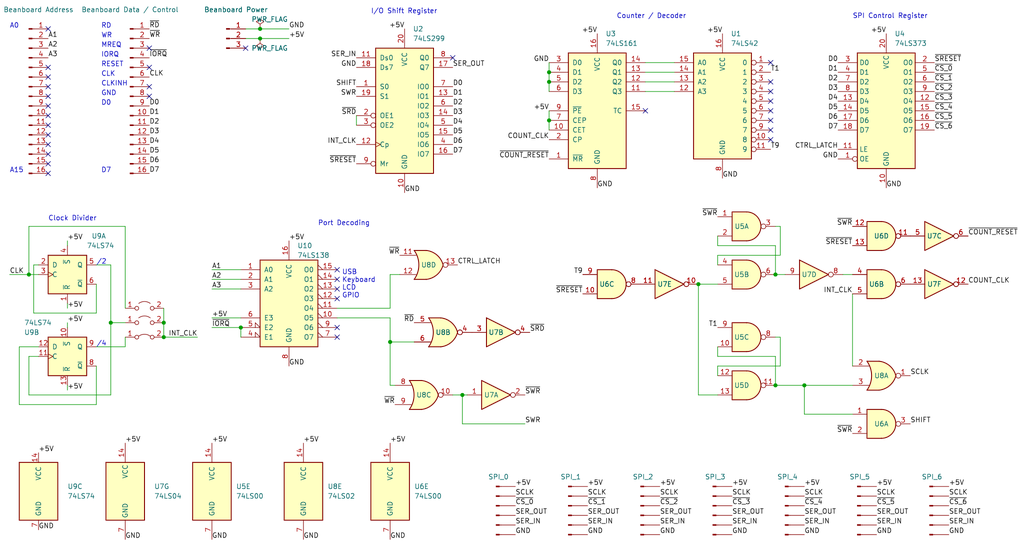
<source format=kicad_sch>
(kicad_sch (version 20230121) (generator eeschema)
  (paper "User" 270.002 145.009)
  (title_block (title "SPI transmit"))
  (lib_symbols
    (symbol "74xx:74LS00" (pin_names (offset 1.016))
      (property "Reference" "U" (at 0 1.27 0))
      (property "Value" "74LS00" (at 0 -1.27 0))
      (symbol "74LS00_1_1"
        (pin input line (at -7.62 2.54 0) (length 3.81) (name "~") (number "1"))
        (pin input line (at -7.62 -2.54 0) (length 3.81) (name "~") (number "2"))
        (pin output inverted (at 7.62 0 180) (length 3.81) (name "~") (number "3"))
      )
      (symbol "74LS00_1_2"
        (pin input inverted (at -7.62 2.54 0) (length 4.318) (name "~") (number "1"))
        (pin input inverted (at -7.62 -2.54 0) (length 4.318) (name "~") (number "2"))
        (pin output line (at 7.62 0 180) (length 3.81) (name "~") (number "3"))
      )
      (symbol "74LS00_2_1"
        (pin input line (at -7.62 2.54 0) (length 3.81) (name "~") (number "4"))
        (pin input line (at -7.62 -2.54 0) (length 3.81) (name "~") (number "5"))
        (pin output inverted (at 7.62 0 180) (length 3.81) (name "~") (number "6"))
      )
      (symbol "74LS00_2_2"
        (pin input inverted (at -7.62 2.54 0) (length 4.318) (name "~") (number "4"))
        (pin input inverted (at -7.62 -2.54 0) (length 4.318) (name "~") (number "5"))
        (pin output line (at 7.62 0 180) (length 3.81) (name "~") (number "6"))
      )
      (symbol "74LS00_3_1"
        (pin input line (at -7.62 -2.54 0) (length 3.81) (name "~") (number "10"))
        (pin output inverted (at 7.62 0 180) (length 3.81) (name "~") (number "8"))
        (pin input line (at -7.62 2.54 0) (length 3.81) (name "~") (number "9"))
      )
      (symbol "74LS00_3_2"
        (pin input inverted (at -7.62 -2.54 0) (length 4.318) (name "~") (number "10"))
        (pin output line (at 7.62 0 180) (length 3.81) (name "~") (number "8"))
        (pin input inverted (at -7.62 2.54 0) (length 4.318) (name "~") (number "9"))
      )
      (symbol "74LS00_4_1"
        (pin output inverted (at 7.62 0 180) (length 3.81) (name "~") (number "11"))
        (pin input line (at -7.62 2.54 0) (length 3.81) (name "~") (number "12"))
        (pin input line (at -7.62 -2.54 0) (length 3.81) (name "~") (number "13"))
      )
      (symbol "74LS00_4_2"
        (pin output line (at 7.62 0 180) (length 3.81) (name "~") (number "11"))
        (pin input inverted (at -7.62 2.54 0) (length 4.318) (name "~") (number "12"))
        (pin input inverted (at -7.62 -2.54 0) (length 4.318) (name "~") (number "13"))
      )
      (symbol "74LS00_5_0"
        (pin power_in line (at 0 12.7 270) (length 5.08) (name "VCC") (number "14"))
        (pin power_in line (at 0 -12.7 90) (length 5.08) (name "GND") (number "7"))
      )
    )
    (symbol "74xx:74LS02" (pin_names (offset 1.016))
      (property "Reference" "U" (at 0 1.27 0))
      (property "Value" "74LS02" (at 0 -1.27 0))
      (symbol "74LS02_1_1"
        (pin output inverted (at 7.62 0 180) (length 3.81) (name "~") (number "1"))
        (pin input line (at -7.62 2.54 0) (length 4.318) (name "~") (number "2"))
        (pin input line (at -7.62 -2.54 0) (length 4.318) (name "~") (number "3"))
      )
      (symbol "74LS02_1_2"
        (pin output line (at 7.62 0 180) (length 3.81) (name "~") (number "1"))
        (pin input inverted (at -7.62 2.54 0) (length 3.81) (name "~") (number "2"))
        (pin input inverted (at -7.62 -2.54 0) (length 3.81) (name "~") (number "3"))
      )
      (symbol "74LS02_2_1"
        (pin output inverted (at 7.62 0 180) (length 3.81) (name "~") (number "4"))
        (pin input line (at -7.62 2.54 0) (length 4.318) (name "~") (number "5"))
        (pin input line (at -7.62 -2.54 0) (length 4.318) (name "~") (number "6"))
      )
      (symbol "74LS02_2_2"
        (pin output line (at 7.62 0 180) (length 3.81) (name "~") (number "4"))
        (pin input inverted (at -7.62 2.54 0) (length 3.81) (name "~") (number "5"))
        (pin input inverted (at -7.62 -2.54 0) (length 3.81) (name "~") (number "6"))
      )
      (symbol "74LS02_3_1"
        (pin output inverted (at 7.62 0 180) (length 3.81) (name "~") (number "10"))
        (pin input line (at -7.62 2.54 0) (length 4.318) (name "~") (number "8"))
        (pin input line (at -7.62 -2.54 0) (length 4.318) (name "~") (number "9"))
      )
      (symbol "74LS02_3_2"
        (pin output line (at 7.62 0 180) (length 3.81) (name "~") (number "10"))
        (pin input inverted (at -7.62 2.54 0) (length 3.81) (name "~") (number "8"))
        (pin input inverted (at -7.62 -2.54 0) (length 3.81) (name "~") (number "9"))
      )
      (symbol "74LS02_4_1"
        (pin input line (at -7.62 2.54 0) (length 4.318) (name "~") (number "11"))
        (pin input line (at -7.62 -2.54 0) (length 4.318) (name "~") (number "12"))
        (pin output inverted (at 7.62 0 180) (length 3.81) (name "~") (number "13"))
      )
      (symbol "74LS02_4_2"
        (pin input inverted (at -7.62 2.54 0) (length 3.81) (name "~") (number "11"))
        (pin input inverted (at -7.62 -2.54 0) (length 3.81) (name "~") (number "12"))
        (pin output line (at 7.62 0 180) (length 3.81) (name "~") (number "13"))
      )
      (symbol "74LS02_5_0"
        (pin power_in line (at 0 12.7 270) (length 5.08) (name "VCC") (number "14"))
        (pin power_in line (at 0 -12.7 90) (length 5.08) (name "GND") (number "7"))
      )
    )
    (symbol "74xx:74LS04"
      (property "Reference" "U" (at 0 1.27 0))
      (property "Value" "74LS04" (at 0 -1.27 0))
      (symbol "74LS04_1_0"
        (pin input line (at -7.62 0 0) (length 3.81) (name "~") (number "1"))
        (pin output inverted (at 7.62 0 180) (length 3.81) (name "~") (number "2"))
      )
      (symbol "74LS04_2_0"
        (pin input line (at -7.62 0 0) (length 3.81) (name "~") (number "3"))
        (pin output inverted (at 7.62 0 180) (length 3.81) (name "~") (number "4"))
      )
      (symbol "74LS04_3_0"
        (pin input line (at -7.62 0 0) (length 3.81) (name "~") (number "5"))
        (pin output inverted (at 7.62 0 180) (length 3.81) (name "~") (number "6"))
      )
      (symbol "74LS04_4_0"
        (pin output inverted (at 7.62 0 180) (length 3.81) (name "~") (number "8"))
        (pin input line (at -7.62 0 0) (length 3.81) (name "~") (number "9"))
      )
      (symbol "74LS04_5_0"
        (pin output inverted (at 7.62 0 180) (length 3.81) (name "~") (number "10"))
        (pin input line (at -7.62 0 0) (length 3.81) (name "~") (number "11"))
      )
      (symbol "74LS04_6_0"
        (pin output inverted (at 7.62 0 180) (length 3.81) (name "~") (number "12"))
        (pin input line (at -7.62 0 0) (length 3.81) (name "~") (number "13"))
      )
      (symbol "74LS04_7_0"
        (pin power_in line (at 0 12.7 270) (length 5.08) (name "VCC") (number "14"))
        (pin power_in line (at 0 -12.7 90) (length 5.08) (name "GND") (number "7"))
      )
    )
    (symbol "74xx:74LS138" (pin_names (offset 1.016))
      (property "Reference" "U" (at -7.62 11.43 0))
      (property "Value" "74LS138" (at -7.62 -13.97 0))
      (symbol "74LS138_1_0"
        (pin input line (at -12.7 7.62 0) (length 5.08) (name "A0") (number "1"))
        (pin output output_low (at 12.7 -5.08 180) (length 5.08) (name "O5") (number "10"))
        (pin output output_low (at 12.7 -2.54 180) (length 5.08) (name "O4") (number "11"))
        (pin output output_low (at 12.7 0 180) (length 5.08) (name "O3") (number "12"))
        (pin output output_low (at 12.7 2.54 180) (length 5.08) (name "O2") (number "13"))
        (pin output output_low (at 12.7 5.08 180) (length 5.08) (name "O1") (number "14"))
        (pin output output_low (at 12.7 7.62 180) (length 5.08) (name "O0") (number "15"))
        (pin power_in line (at 0 15.24 270) (length 5.08) (name "VCC") (number "16"))
        (pin input line (at -12.7 5.08 0) (length 5.08) (name "A1") (number "2"))
        (pin input line (at -12.7 2.54 0) (length 5.08) (name "A2") (number "3"))
        (pin input input_low (at -12.7 -10.16 0) (length 5.08) (name "E1") (number "4"))
        (pin input input_low (at -12.7 -7.62 0) (length 5.08) (name "E2") (number "5"))
        (pin input line (at -12.7 -5.08 0) (length 5.08) (name "E3") (number "6"))
        (pin output output_low (at 12.7 -10.16 180) (length 5.08) (name "O7") (number "7"))
        (pin power_in line (at 0 -17.78 90) (length 5.08) (name "GND") (number "8"))
        (pin output output_low (at 12.7 -7.62 180) (length 5.08) (name "O6") (number "9"))
      )
    )
    (symbol "74xx:74LS161" (pin_names (offset 1.016))
      (property "Reference" "U" (at -7.62 16.51 0))
      (property "Value" "74LS161" (at -7.62 -16.51 0))
      (symbol "74LS161_1_0"
        (pin input line (at -12.7 -12.7 0) (length 5.08) (name "~{MR}") (number "1"))
        (pin input line (at -12.7 -5.08 0) (length 5.08) (name "CET") (number "10"))
        (pin output line (at 12.7 5.08 180) (length 5.08) (name "Q3") (number "11"))
        (pin output line (at 12.7 7.62 180) (length 5.08) (name "Q2") (number "12"))
        (pin output line (at 12.7 10.16 180) (length 5.08) (name "Q1") (number "13"))
        (pin output line (at 12.7 12.7 180) (length 5.08) (name "Q0") (number "14"))
        (pin output line (at 12.7 0 180) (length 5.08) (name "TC") (number "15"))
        (pin power_in line (at 0 20.32 270) (length 5.08) (name "VCC") (number "16"))
        (pin input line (at -12.7 -7.62 0) (length 5.08) (name "CP") (number "2"))
        (pin input line (at -12.7 12.7 0) (length 5.08) (name "D0") (number "3"))
        (pin input line (at -12.7 10.16 0) (length 5.08) (name "D1") (number "4"))
        (pin input line (at -12.7 7.62 0) (length 5.08) (name "D2") (number "5"))
        (pin input line (at -12.7 5.08 0) (length 5.08) (name "D3") (number "6"))
        (pin input line (at -12.7 -2.54 0) (length 5.08) (name "CEP") (number "7"))
        (pin power_in line (at 0 -20.32 90) (length 5.08) (name "GND") (number "8"))
        (pin input line (at -12.7 0 0) (length 5.08) (name "~{PE}") (number "9"))
      )
    )
    (symbol "74xx:74LS299" (pin_names (offset 1.016))
      (property "Reference" "U" (at -7.62 16.51 0))
      (property "Value" "74LS299" (at -7.62 -19.05 0))
      (symbol "74LS299_1_0"
        (pin input line (at -12.7 5.08 0) (length 5.08) (name "S0") (number "1"))
        (pin power_in line (at 0 -22.86 90) (length 5.08) (name "GND") (number "10"))
        (pin input line (at -12.7 12.7 0) (length 5.08) (name "Ds0") (number "11"))
        (pin input clock (at -12.7 -10.16 0) (length 5.08) (name "Cp") (number "12"))
        (pin tri_state line (at 12.7 2.54 180) (length 5.08) (name "IO1") (number "13"))
        (pin tri_state line (at 12.7 -2.54 180) (length 5.08) (name "IO3") (number "14"))
        (pin tri_state line (at 12.7 -7.62 180) (length 5.08) (name "IO5") (number "15"))
        (pin tri_state line (at 12.7 -12.7 180) (length 5.08) (name "IO7") (number "16"))
        (pin output line (at 12.7 10.16 180) (length 5.08) (name "Q7") (number "17"))
        (pin input line (at -12.7 10.16 0) (length 5.08) (name "Ds7") (number "18"))
        (pin input line (at -12.7 2.54 0) (length 5.08) (name "S1") (number "19"))
        (pin input inverted (at -12.7 -2.54 0) (length 5.08) (name "OE1") (number "2"))
        (pin power_in line (at 0 20.32 270) (length 5.08) (name "VCC") (number "20"))
        (pin input inverted (at -12.7 -5.08 0) (length 5.08) (name "OE2") (number "3"))
        (pin tri_state line (at 12.7 -10.16 180) (length 5.08) (name "IO6") (number "4"))
        (pin tri_state line (at 12.7 -5.08 180) (length 5.08) (name "IO4") (number "5"))
        (pin tri_state line (at 12.7 0 180) (length 5.08) (name "IO2") (number "6"))
        (pin tri_state line (at 12.7 5.08 180) (length 5.08) (name "IO0") (number "7"))
        (pin output line (at 12.7 12.7 180) (length 5.08) (name "Q0") (number "8"))
        (pin input inverted (at -12.7 -15.24 0) (length 5.08) (name "Mr") (number "9"))
      )
    )
    (symbol "74xx:74LS373"
      (property "Reference" "U" (at -7.62 16.51 0))
      (property "Value" "74LS373" (at -7.62 -16.51 0))
      (symbol "74LS373_1_0"
        (pin input inverted (at -12.7 -12.7 0) (length 5.08) (name "OE") (number "1"))
        (pin power_in line (at 0 -20.32 90) (length 5.08) (name "GND") (number "10"))
        (pin input line (at -12.7 -10.16 0) (length 5.08) (name "LE") (number "11"))
        (pin tri_state line (at 12.7 2.54 180) (length 5.08) (name "O4") (number "12"))
        (pin input line (at -12.7 2.54 0) (length 5.08) (name "D4") (number "13"))
        (pin input line (at -12.7 0 0) (length 5.08) (name "D5") (number "14"))
        (pin tri_state line (at 12.7 0 180) (length 5.08) (name "O5") (number "15"))
        (pin tri_state line (at 12.7 -2.54 180) (length 5.08) (name "O6") (number "16"))
        (pin input line (at -12.7 -2.54 0) (length 5.08) (name "D6") (number "17"))
        (pin input line (at -12.7 -5.08 0) (length 5.08) (name "D7") (number "18"))
        (pin tri_state line (at 12.7 -5.08 180) (length 5.08) (name "O7") (number "19"))
        (pin tri_state line (at 12.7 12.7 180) (length 5.08) (name "O0") (number "2"))
        (pin power_in line (at 0 20.32 270) (length 5.08) (name "VCC") (number "20"))
        (pin input line (at -12.7 12.7 0) (length 5.08) (name "D0") (number "3"))
        (pin input line (at -12.7 10.16 0) (length 5.08) (name "D1") (number "4"))
        (pin tri_state line (at 12.7 10.16 180) (length 5.08) (name "O1") (number "5"))
        (pin tri_state line (at 12.7 7.62 180) (length 5.08) (name "O2") (number "6"))
        (pin input line (at -12.7 7.62 0) (length 5.08) (name "D2") (number "7"))
        (pin input line (at -12.7 5.08 0) (length 5.08) (name "D3") (number "8"))
        (pin tri_state line (at 12.7 5.08 180) (length 5.08) (name "O3") (number "9"))
      )
    )
    (symbol "74xx:74LS42" (pin_names (offset 1.016))
      (property "Reference" "U" (at -7.62 13.97 0))
      (property "Value" "74LS42" (at -7.62 -16.51 0))
      (symbol "74LS42_1_0"
        (pin output inverted (at 12.7 10.16 180) (length 5.08) (name "0") (number "1"))
        (pin output inverted (at 12.7 -10.16 180) (length 5.08) (name "8") (number "10"))
        (pin output inverted (at 12.7 -12.7 180) (length 5.08) (name "9") (number "11"))
        (pin input line (at -12.7 2.54 0) (length 5.08) (name "A3") (number "12"))
        (pin input line (at -12.7 5.08 0) (length 5.08) (name "A2") (number "13"))
        (pin input line (at -12.7 7.62 0) (length 5.08) (name "A1") (number "14"))
        (pin input line (at -12.7 10.16 0) (length 5.08) (name "A0") (number "15"))
        (pin power_in line (at 0 17.78 270) (length 5.08) (name "VCC") (number "16"))
        (pin output inverted (at 12.7 7.62 180) (length 5.08) (name "1") (number "2"))
        (pin output inverted (at 12.7 5.08 180) (length 5.08) (name "2") (number "3"))
        (pin output inverted (at 12.7 2.54 180) (length 5.08) (name "3") (number "4"))
        (pin output inverted (at 12.7 0 180) (length 5.08) (name "4") (number "5"))
        (pin output inverted (at 12.7 -2.54 180) (length 5.08) (name "5") (number "6"))
        (pin output inverted (at 12.7 -5.08 180) (length 5.08) (name "6") (number "7"))
        (pin power_in line (at 0 -20.32 90) (length 5.08) (name "GND") (number "8"))
        (pin output inverted (at 12.7 -7.62 180) (length 5.08) (name "7") (number "9"))
      )
    )
    (symbol "74xx:74LS74" (pin_names (offset 1.016))
      (property "Reference" "U" (at -7.62 8.89 0))
      (property "Value" "74LS74" (at -7.62 -8.89 0))
      (symbol "74LS74_1_0"
        (pin input line (at 0 -7.62 90) (length 2.54) (name "~{R}") (number "1"))
        (pin input line (at -7.62 2.54 0) (length 2.54) (name "D") (number "2"))
        (pin input clock (at -7.62 0 0) (length 2.54) (name "C") (number "3"))
        (pin input line (at 0 7.62 270) (length 2.54) (name "~{S}") (number "4"))
        (pin output line (at 7.62 2.54 180) (length 2.54) (name "Q") (number "5"))
        (pin output line (at 7.62 -2.54 180) (length 2.54) (name "~{Q}") (number "6"))
      )
      (symbol "74LS74_2_0"
        (pin input line (at 0 7.62 270) (length 2.54) (name "~{S}") (number "10"))
        (pin input clock (at -7.62 0 0) (length 2.54) (name "C") (number "11"))
        (pin input line (at -7.62 2.54 0) (length 2.54) (name "D") (number "12"))
        (pin input line (at 0 -7.62 90) (length 2.54) (name "~{R}") (number "13"))
        (pin output line (at 7.62 -2.54 180) (length 2.54) (name "~{Q}") (number "8"))
        (pin output line (at 7.62 2.54 180) (length 2.54) (name "Q") (number "9"))
      )
      (symbol "74LS74_3_0"
        (pin power_in line (at 0 10.16 270) (length 2.54) (name "VCC") (number "14"))
        (pin power_in line (at 0 -10.16 90) (length 2.54) (name "GND") (number "7"))
      )
    )
    (symbol "Connector:Conn_01x03_Pin" (pin_names (offset 1.016) hide)
      (property "Reference" "J" (at 0 5.08 0))
      (property "Value" "Conn_01x03_Pin" (at 0 -5.08 0))
      (symbol "Conn_01x03_Pin_1_1"
        (pin passive line (at 5.08 2.54 180) (length 3.81) (name "Pin_1") (number "1"))
        (pin passive line (at 5.08 0 180) (length 3.81) (name "Pin_2") (number "2"))
        (pin passive line (at 5.08 -2.54 180) (length 3.81) (name "Pin_3") (number "3"))
      )
    )
    (symbol "Connector:Conn_01x06_Pin" (pin_numbers hide) (pin_names (offset 1.016) hide)
      (property "Reference" "J" (at 0 7.62 0))
      (property "Value" "Conn_01x06_Pin" (at 0 -10.16 0))
      (symbol "Conn_01x06_Pin_1_1"
        (pin passive line (at 5.08 5.08 180) (length 3.81) (name "Pin_1") (number "1"))
        (pin passive line (at 5.08 2.54 180) (length 3.81) (name "Pin_2") (number "2"))
        (pin passive line (at 5.08 0 180) (length 3.81) (name "Pin_3") (number "3"))
        (pin passive line (at 5.08 -2.54 180) (length 3.81) (name "Pin_4") (number "4"))
        (pin passive line (at 5.08 -5.08 180) (length 3.81) (name "Pin_5") (number "5"))
        (pin passive line (at 5.08 -7.62 180) (length 3.81) (name "Pin_6") (number "6"))
      )
    )
    (symbol "Connector:Conn_01x16_Pin" (pin_names (offset 1.016) hide)
      (property "Reference" "J" (at 0 20.32 0))
      (property "Value" "Conn_01x16_Pin" (at 0 -22.86 0))
      (symbol "Conn_01x16_Pin_1_1"
        (pin passive line (at 5.08 17.78 180) (length 3.81) (name "Pin_1") (number "1"))
        (pin passive line (at 5.08 -5.08 180) (length 3.81) (name "Pin_10") (number "10"))
        (pin passive line (at 5.08 -7.62 180) (length 3.81) (name "Pin_11") (number "11"))
        (pin passive line (at 5.08 -10.16 180) (length 3.81) (name "Pin_12") (number "12"))
        (pin passive line (at 5.08 -12.7 180) (length 3.81) (name "Pin_13") (number "13"))
        (pin passive line (at 5.08 -15.24 180) (length 3.81) (name "Pin_14") (number "14"))
        (pin passive line (at 5.08 -17.78 180) (length 3.81) (name "Pin_15") (number "15"))
        (pin passive line (at 5.08 -20.32 180) (length 3.81) (name "Pin_16") (number "16"))
        (pin passive line (at 5.08 15.24 180) (length 3.81) (name "Pin_2") (number "2"))
        (pin passive line (at 5.08 12.7 180) (length 3.81) (name "Pin_3") (number "3"))
        (pin passive line (at 5.08 10.16 180) (length 3.81) (name "Pin_4") (number "4"))
        (pin passive line (at 5.08 7.62 180) (length 3.81) (name "Pin_5") (number "5"))
        (pin passive line (at 5.08 5.08 180) (length 3.81) (name "Pin_6") (number "6"))
        (pin passive line (at 5.08 2.54 180) (length 3.81) (name "Pin_7") (number "7"))
        (pin passive line (at 5.08 0 180) (length 3.81) (name "Pin_8") (number "8"))
        (pin passive line (at 5.08 -2.54 180) (length 3.81) (name "Pin_9") (number "9"))
      )
    )
    (symbol "Jumper:Jumper_2_Bridged" (pin_names (offset 0) hide)
      (property "Reference" "JP" (at 0 1.905 0))
      (property "Value" "Jumper_2_Bridged" (at 0 -2.54 0))
      (symbol "Jumper_2_Bridged_1_1"
        (pin passive line (at -5.08 0 0) (length 2.54) (name "A") (number "1"))
        (pin passive line (at 5.08 0 180) (length 2.54) (name "B") (number "2"))
      )
    )
    (symbol "Jumper:Jumper_2_Open" (pin_names (offset 0) hide)
      (property "Reference" "JP" (at 0 2.794 0))
      (property "Value" "Jumper_2_Open" (at 0 -2.286 0))
      (symbol "Jumper_2_Open_1_1"
        (pin passive line (at -5.08 0 0) (length 2.54) (name "A") (number "1"))
        (pin passive line (at 5.08 0 180) (length 2.54) (name "B") (number "2"))
      )
    )
    (symbol "power:PWR_FLAG" (power) (pin_numbers hide) (pin_names (offset 0) hide)
      (property "Value" "PWR_FLAG" (at 0 3.81 0))
      (symbol "PWR_FLAG_0_0"
        (pin power_out line (at 0 0 90) (length 0) (name "pwr") (number "1"))
      )
    )
  )
  (junction (at 204.47 72.39))
  (junction (at 68.58 7.62))
  (junction (at 212.09 101.6))
  (junction (at 7.62 72.39))
  (junction (at 144.78 19.05))
  (junction (at 121.92 104.14))
  (junction (at 63.5 86.36))
  (junction (at 43.18 85.09))
  (junction (at 144.78 21.59))
  (junction (at 184.15 74.93))
  (junction (at 43.18 88.9))
  (junction (at 204.47 101.6))
  (junction (at 29.21 85.09))
  (junction (at 102.87 90.17))
  (junction (at 144.78 31.75))
  (junction (at 68.58 10.16))
  (no_connect (at 39.37 12.7))
  (no_connect (at 88.9 71.12))
  (no_connect (at 39.37 17.78))
  (no_connect (at 64.77 12.7))
  (no_connect (at 203.2 29.21))
  (no_connect (at 88.9 86.36))
  (no_connect (at 12.7 17.78))
  (no_connect (at 203.2 21.59))
  (no_connect (at 12.7 25.4))
  (no_connect (at 203.2 34.29))
  (no_connect (at 39.37 25.4))
  (no_connect (at 203.2 26.67))
  (no_connect (at 12.7 30.48))
  (no_connect (at 12.7 20.32))
  (no_connect (at 12.7 45.72))
  (no_connect (at 203.2 24.13))
  (no_connect (at 12.7 38.1))
  (no_connect (at 12.7 43.18))
  (no_connect (at 88.9 76.2))
  (no_connect (at 203.2 31.75))
  (no_connect (at 88.9 78.74))
  (no_connect (at 12.7 7.62))
  (no_connect (at 12.7 40.64))
  (no_connect (at 203.2 36.83))
  (no_connect (at 12.7 22.86))
  (no_connect (at 12.7 35.56))
  (no_connect (at 88.9 88.9))
  (no_connect (at 203.2 16.51))
  (no_connect (at 12.7 27.94))
  (no_connect (at 119.38 15.24))
  (no_connect (at 170.18 29.21))
  (no_connect (at 88.9 73.66))
  (no_connect (at 12.7 33.02))
  (no_connect (at 39.37 22.86))
  (wire (pts (xy 189.23 104.14) (xy 184.15 104.14)))
  (wire (pts (xy 25.4 74.93) (xy 25.4 82.55)))
  (wire (pts (xy 17.78 85.09) (xy 17.78 86.36)))
  (wire (pts (xy 102.87 72.39) (xy 105.41 72.39)))
  (wire (pts (xy 63.5 86.36) (xy 63.5 88.9)))
  (wire (pts (xy 189.23 67.31) (xy 189.23 69.85)))
  (wire (pts (xy 144.78 21.59) (xy 144.78 24.13)))
  (wire (pts (xy 55.88 73.66) (xy 63.5 73.66)))
  (wire (pts (xy 170.18 16.51) (xy 177.8 16.51)))
  (wire (pts (xy 76.2 10.16) (xy 68.58 10.16)))
  (wire (pts (xy 144.78 31.75) (xy 144.78 34.29)))
  (wire (pts (xy 5.08 106.68) (xy 5.08 91.44)))
  (wire (pts (xy 184.15 104.14) (xy 184.15 74.93)))
  (wire (pts (xy 68.58 7.62) (xy 64.77 7.62)))
  (wire (pts (xy 170.18 21.59) (xy 177.8 21.59)))
  (wire (pts (xy 144.78 16.51) (xy 144.78 19.05)))
  (wire (pts (xy 189.23 93.98) (xy 204.47 93.98)))
  (wire (pts (xy 189.23 96.52) (xy 189.23 99.06)))
  (wire (pts (xy 204.47 88.9) (xy 205.74 88.9)))
  (wire (pts (xy 76.2 7.62) (xy 68.58 7.62)))
  (wire (pts (xy 189.23 64.77) (xy 204.47 64.77)))
  (wire (pts (xy 138.43 111.76) (xy 121.92 111.76)))
  (wire (pts (xy 25.4 106.68) (xy 5.08 106.68)))
  (wire (pts (xy 43.18 85.09) (xy 43.18 88.9)))
  (wire (pts (xy 17.78 81.28) (xy 17.78 80.01)))
  (wire (pts (xy 88.9 83.82) (xy 102.87 83.82)))
  (wire (pts (xy 29.21 85.09) (xy 33.02 85.09)))
  (wire (pts (xy 144.78 29.21) (xy 144.78 31.75)))
  (wire (pts (xy 170.18 19.05) (xy 177.8 19.05)))
  (wire (pts (xy 29.21 104.14) (xy 7.62 104.14)))
  (wire (pts (xy 8.89 82.55) (xy 8.89 69.85)))
  (wire (pts (xy 170.18 24.13) (xy 177.8 24.13)))
  (wire (pts (xy 121.92 111.76) (xy 121.92 104.14)))
  (wire (pts (xy 204.47 93.98) (xy 204.47 101.6)))
  (wire (pts (xy 222.25 72.39) (xy 224.79 72.39)))
  (wire (pts (xy 212.09 101.6) (xy 224.79 101.6)))
  (wire (pts (xy 8.89 69.85) (xy 10.16 69.85)))
  (wire (pts (xy 204.47 64.77) (xy 204.47 72.39)))
  (wire (pts (xy 204.47 101.6) (xy 212.09 101.6)))
  (wire (pts (xy 55.88 86.36) (xy 63.5 86.36)))
  (wire (pts (xy 93.98 30.48) (xy 93.98 33.02)))
  (wire (pts (xy 189.23 62.23) (xy 189.23 64.77)))
  (wire (pts (xy 7.62 104.14) (xy 7.62 93.98)))
  (wire (pts (xy 55.88 76.2) (xy 63.5 76.2)))
  (wire (pts (xy 189.23 91.44) (xy 189.23 93.98)))
  (wire (pts (xy 109.22 90.17) (xy 102.87 90.17)))
  (wire (pts (xy 104.14 101.6) (xy 102.87 101.6)))
  (wire (pts (xy 121.92 104.14) (xy 123.19 104.14)))
  (wire (pts (xy 205.74 88.9) (xy 205.74 96.52)))
  (wire (pts (xy 102.87 72.39) (xy 102.87 81.28)))
  (wire (pts (xy 224.79 77.47) (xy 224.79 96.52)))
  (wire (pts (xy 2.54 72.39) (xy 7.62 72.39)))
  (wire (pts (xy 7.62 72.39) (xy 10.16 72.39)))
  (wire (pts (xy 25.4 69.85) (xy 29.21 69.85)))
  (wire (pts (xy 33.02 81.28) (xy 33.02 59.69)))
  (wire (pts (xy 25.4 96.52) (xy 25.4 106.68)))
  (wire (pts (xy 205.74 96.52) (xy 189.23 96.52)))
  (wire (pts (xy 25.4 82.55) (xy 8.89 82.55)))
  (wire (pts (xy 205.74 67.31) (xy 189.23 67.31)))
  (wire (pts (xy 33.02 91.44) (xy 25.4 91.44)))
  (wire (pts (xy 29.21 69.85) (xy 29.21 85.09)))
  (wire (pts (xy 17.78 102.87) (xy 17.78 101.6)))
  (wire (pts (xy 5.08 91.44) (xy 10.16 91.44)))
  (wire (pts (xy 7.62 93.98) (xy 10.16 93.98)))
  (wire (pts (xy 55.88 71.12) (xy 63.5 71.12)))
  (wire (pts (xy 52.07 88.9) (xy 43.18 88.9)))
  (wire (pts (xy 102.87 83.82) (xy 102.87 90.17)))
  (wire (pts (xy 68.58 10.16) (xy 64.77 10.16)))
  (wire (pts (xy 102.87 101.6) (xy 102.87 90.17)))
  (wire (pts (xy 43.18 81.28) (xy 43.18 85.09)))
  (wire (pts (xy 212.09 109.22) (xy 212.09 101.6)))
  (wire (pts (xy 224.79 109.22) (xy 212.09 109.22)))
  (wire (pts (xy 204.47 72.39) (xy 207.01 72.39)))
  (wire (pts (xy 184.15 74.93) (xy 189.23 74.93)))
  (wire (pts (xy 33.02 88.9) (xy 33.02 91.44)))
  (wire (pts (xy 204.47 59.69) (xy 205.74 59.69)))
  (wire (pts (xy 88.9 81.28) (xy 102.87 81.28)))
  (wire (pts (xy 17.78 63.5) (xy 17.78 64.77)))
  (wire (pts (xy 7.62 59.69) (xy 7.62 72.39)))
  (wire (pts (xy 205.74 59.69) (xy 205.74 67.31)))
  (wire (pts (xy 119.38 104.14) (xy 121.92 104.14)))
  (wire (pts (xy 144.78 19.05) (xy 144.78 21.59)))
  (wire (pts (xy 33.02 59.69) (xy 7.62 59.69)))
  (wire (pts (xy 29.21 85.09) (xy 29.21 104.14)))
  (wire (pts (xy 55.88 83.82) (xy 63.5 83.82)))
  (text "/2" (at 25.4 69.85 0) (effects (font (size 1.27 1.27)) (justify left bottom)))
  (text "D7" (at 26.67 45.72 0) (effects (font (size 1.27 1.27)) (justify left bottom)))
  (text "A15" (at 2.54 45.72 0) (effects (font (size 1.27 1.27)) (justify left bottom)))
  (text "Port Decoding" (at 83.82 59.69 0) (effects (font (size 1.27 1.27)) (justify left bottom)))
  (text "USB\nKeyboard\nLCD\nGPIO" (at 90.17 78.74 0) (effects (font (size 1.27 1.27)) (justify left bottom)))
  (text "A0" (at 2.54 7.62 0) (effects (font (size 1.27 1.27)) (justify left bottom)))
  (text "WR" (at 26.67 10.16 0) (effects (font (size 1.27 1.27)) (justify left bottom)))
  (text "RD" (at 26.67 7.62 0) (effects (font (size 1.27 1.27)) (justify left bottom)))
  (text "SPI Control Register" (at 224.79 5.08 0) (effects (font (size 1.27 1.27)) (justify left bottom)))
  (text "/4" (at 25.4 91.44 0) (effects (font (size 1.27 1.27)) (justify left bottom)))
  (text "I/O Shift Register" (at 97.79 3.81 0) (effects (font (size 1.27 1.27)) (justify left bottom)))
  (text "RESET" (at 26.67 17.78 0) (effects (font (size 1.27 1.27)) (justify left bottom)))
  (text "Counter / Decoder" (at 162.56 5.08 0) (effects (font (size 1.27 1.27)) (justify left bottom)))
  (text "MREQ" (at 26.67 12.7 0) (effects (font (size 1.27 1.27)) (justify left bottom)))
  (text "Clock Divider" (at 12.7 58.42 0) (effects (font (size 1.27 1.27)) (justify left bottom)))
  (text "IORQ" (at 26.67 15.24 0) (effects (font (size 1.27 1.27)) (justify left bottom)))
  (text "D0" (at 26.67 27.94 0) (effects (font (size 1.27 1.27)) (justify left bottom)))
  (text "CLKINH" (at 26.67 22.86 0) (effects (font (size 1.27 1.27)) (justify left bottom)))
  (text "CLK" (at 26.67 20.32 0) (effects (font (size 1.27 1.27)) (justify left bottom)))
  (text "GND" (at 26.67 25.4 0) (effects (font (size 1.27 1.27)) (justify left bottom)))
  (label "D6" (at 119.38 38.1 0))
  (label "INT_CLK" (at 224.79 77.47 180))
  (label "~{IORQ}" (at 55.88 86.36 0))
  (label "T9" (at 153.67 72.39 180))
  (label "D2" (at 39.37 33.02 0))
  (label "GND" (at 220.98 41.91 180))
  (label "+5V" (at 33.02 116.84 0))
  (label "INT_CLK" (at 52.07 88.9 180))
  (label "~{CS_2}" (at 173.99 133.35 0))
  (label "~{SRD}" (at 93.98 30.48 180))
  (label "~{SWR}" (at 138.43 104.14 0))
  (label "+5V" (at 144.78 29.21 180))
  (label "+5V" (at 76.2 63.5 0))
  (label "GND" (at 93.98 17.78 180))
  (label "SER_OUT" (at 154.94 135.89 0))
  (label "~{CS_5}" (at 246.38 31.75 0))
  (label "SCLK" (at 212.09 130.81 0))
  (label "+5V" (at 55.88 116.84 0))
  (label "CTRL_LATCH" (at 220.98 39.37 180))
  (label "CLK" (at 39.37 20.32 0))
  (label "~{SRESET}" (at 246.38 16.51 0))
  (label "SHIFT" (at 240.03 111.76 0))
  (label "D6" (at 220.98 31.75 180))
  (label "~{CS_1}" (at 246.38 21.59 0))
  (label "+5V" (at 190.5 8.89 180))
  (label "+5V" (at 173.99 128.27 0))
  (label "~{SRESET}" (at 153.67 77.47 180))
  (label "SER_OUT" (at 193.04 135.89 0))
  (label "~{SRESET}" (at 93.98 43.18 180))
  (label "A3" (at 12.7 15.24 0))
  (label "SCLK" (at 231.14 130.81 0))
  (label "+5V" (at 250.19 128.27 0))
  (label "~{CS_2}" (at 246.38 24.13 0))
  (label "+5V" (at 154.94 128.27 0))
  (label "SER_OUT" (at 212.09 135.89 0))
  (label "+5V" (at 17.78 63.5 0))
  (label "INT_CLK" (at 93.98 38.1 180))
  (label "D0" (at 39.37 27.94 0))
  (label "D3" (at 220.98 24.13 180))
  (label "D2" (at 220.98 21.59 180))
  (label "COUNT_CLK" (at 144.78 36.83 180))
  (label "D1" (at 220.98 19.05 180))
  (label "SER_OUT" (at 173.99 135.89 0))
  (label "GND" (at 157.48 49.53 0))
  (label "CTRL_LATCH" (at 120.65 69.85 0))
  (label "GND" (at 154.94 140.97 0))
  (label "D6" (at 39.37 43.18 0))
  (label "SER_IN" (at 154.94 138.43 0))
  (label "+5V" (at 102.87 116.84 0))
  (label "+5V" (at 17.78 85.09 0))
  (label "SER_IN" (at 173.99 138.43 0))
  (label "~{CS_1}" (at 154.94 133.35 0))
  (label "GND" (at 233.68 49.53 0))
  (label "D7" (at 39.37 45.72 0))
  (label "T9" (at 203.2 39.37 0))
  (label "~{SWR}" (at 224.79 114.3 180))
  (label "D5" (at 220.98 29.21 180))
  (label "D3" (at 39.37 35.56 0))
  (label "+5V" (at 80.01 116.84 0))
  (label "SER_IN" (at 212.09 138.43 0))
  (label "SER_IN" (at 250.19 138.43 0))
  (label "+5V" (at 157.48 8.89 180))
  (label "~{SWR}" (at 189.23 57.15 180))
  (label "+5V" (at 106.68 7.62 180))
  (label "D5" (at 119.38 35.56 0))
  (label "~{COUNT_RESET}" (at 255.27 62.23 0))
  (label "~{CS_4}" (at 212.09 133.35 0))
  (label "SER_OUT" (at 250.19 135.89 0))
  (label "D1" (at 39.37 30.48 0))
  (label "GND" (at 102.87 142.24 0))
  (label "COUNT_CLK" (at 255.27 74.93 0))
  (label "D0" (at 220.98 16.51 180))
  (label "~{RD}" (at 109.22 85.09 180))
  (label "~{COUNT_RESET}" (at 144.78 41.91 180))
  (label "~{SRESET}" (at 224.79 64.77 180))
  (label "GND" (at 80.01 142.24 0))
  (label "+5V" (at 10.16 119.38 0))
  (label "SCLK" (at 240.03 99.06 0))
  (label "D7" (at 119.38 40.64 0))
  (label "T1" (at 203.2 19.05 0))
  (label "SCLK" (at 154.94 130.81 0))
  (label "~{CS_4}" (at 246.38 29.21 0))
  (label "A1" (at 12.7 10.16 0))
  (label "GND" (at 106.68 50.8 0))
  (label "SCLK" (at 250.19 130.81 0))
  (label "D5" (at 39.37 40.64 0))
  (label "GND" (at 173.99 140.97 0))
  (label "GND" (at 231.14 140.97 0))
  (label "GND" (at 193.04 140.97 0))
  (label "D4" (at 220.98 26.67 180))
  (label "D1" (at 119.38 25.4 0))
  (label "CLK" (at 2.54 72.39 0))
  (label "~{WR}" (at 105.41 67.31 180))
  (label "SER_IN" (at 193.04 138.43 0))
  (label "~{RD}" (at 39.37 7.62 0))
  (label "+5V" (at 17.78 81.28 0))
  (label "SER_IN" (at 135.89 138.43 0))
  (label "+5V" (at 212.09 128.27 0))
  (label "SCLK" (at 135.89 130.81 0))
  (label "SER_OUT" (at 119.38 17.78 0))
  (label "SWR" (at 93.98 25.4 180))
  (label "GND" (at 10.16 139.7 0))
  (label "SHIFT" (at 93.98 22.86 180))
  (label "+5V" (at 233.68 8.89 180))
  (label "SER_OUT" (at 135.89 135.89 0))
  (label "~{CS_5}" (at 231.14 133.35 0))
  (label "~{CS_3}" (at 246.38 26.67 0))
  (label "~{WR}" (at 39.37 10.16 0))
  (label "GND" (at 55.88 142.24 0))
  (label "GND" (at 33.02 142.24 0))
  (label "~{WR}" (at 104.14 106.68 180))
  (label "SWR" (at 138.43 111.76 0))
  (label "SER_IN" (at 93.98 15.24 180))
  (label "GND" (at 144.78 16.51 180))
  (label "D7" (at 220.98 34.29 180))
  (label "SER_OUT" (at 231.14 135.89 0))
  (label "D3" (at 119.38 30.48 0))
  (label "~{SWR}" (at 224.79 59.69 180))
  (label "GND" (at 76.2 7.62 0))
  (label "SCLK" (at 173.99 130.81 0))
  (label "D4" (at 119.38 33.02 0))
  (label "A2" (at 55.88 73.66 0))
  (label "D4" (at 39.37 38.1 0))
  (label "+5V" (at 17.78 102.87 0))
  (label "+5V" (at 135.89 128.27 0))
  (label "~{CS_0}" (at 246.38 19.05 0))
  (label "+5V" (at 231.14 128.27 0))
  (label "~{CS_6}" (at 250.19 133.35 0))
  (label "A3" (at 55.88 76.2 0))
  (label "D0" (at 119.38 22.86 0))
  (label "SCLK" (at 193.04 130.81 0))
  (label "~{IORQ}" (at 39.37 15.24 0))
  (label "~{CS_3}" (at 193.04 133.35 0))
  (label "A2" (at 12.7 12.7 0))
  (label "+5V" (at 193.04 128.27 0))
  (label "+5V" (at 76.2 10.16 0))
  (label "GND" (at 250.19 140.97 0))
  (label "~{CS_0}" (at 135.89 133.35 0))
  (label "A1" (at 55.88 71.12 0))
  (label "GND" (at 190.5 46.99 0))
  (label "+5V" (at 55.88 83.82 0))
  (label "SER_IN" (at 231.14 138.43 0))
  (label "GND" (at 212.09 140.97 0))
  (label "GND" (at 135.89 140.97 0))
  (label "D2" (at 119.38 27.94 0))
  (label "~{SRD}" (at 139.7 87.63 0))
  (label "~{CS_6}" (at 246.38 34.29 0))
  (label "GND" (at 76.2 96.52 0))
  (label "T1" (at 189.23 86.36 180))
  (symbol (lib_id "74xx:74LS74") (at 17.78 72.39 0) (unit 1)
    (property "Reference" "U9" (at 24.13 62.23 0) (effects (justify left)))
    (property "Value" "74LS74" (at 22.86 64.77 0) (effects (justify left)))
    (property "Datasheet" "74xx/74hc_hct74.pdf" (effects hide))
  )
  (symbol (lib_id "74xx:74LS02") (at 111.76 104.14 0) (unit 3)
    (property "Reference" "U8" (at 111.76 104.14 0))
    (property "Value" "74LS02" (effects hide))
    (property "Datasheet" "http://www.ti.com/lit/gpn/sn74ls02" (effects hide))
  )
  (symbol (lib_id "Connector:Conn_01x06_Pin") (at 168.91 133.35 0) (unit 1)
    (property "Reference" "J6" (effects hide))
    (property "Value" "SPI_2" (at 169.545 125.73 0))
  )
  (symbol (lib_id "74xx:74LS02") (at 116.84 87.63 0) (unit 2)
    (property "Reference" "U8" (at 116.84 87.63 0))
    (property "Value" "74LS02" (effects hide))
    (property "Datasheet" "http://www.ti.com/lit/gpn/sn74ls02" (effects hide))
  )
  (symbol (lib_id "74xx:74LS00") (at 55.88 129.54 0) (unit 5)
    (property "Reference" "U5" (at 62.23 128.27 0) (effects (justify left)))
    (property "Value" "74LS00" (at 62.23 130.81 0) (effects (justify left)))
    (property "Datasheet" "http://www.ti.com/lit/gpn/sn74ls00" (effects hide))
  )
  (symbol (lib_id "74xx:74LS00") (at 102.87 129.54 0) (unit 5)
    (property "Reference" "U6" (at 109.22 128.27 0) (effects (justify left)))
    (property "Value" "74LS00" (at 109.22 130.81 0) (effects (justify left)))
    (property "Datasheet" "http://www.ti.com/lit/gpn/sn74ls00" (effects hide))
  )
  (symbol (lib_id "Jumper:Jumper_2_Open") (at 38.1 81.28 0) (unit 1)
    (property "Reference" "JP1" (effects hide))
    (property "Value" "Jumper_2_Open" (effects hide))
  )
  (symbol (lib_id "Connector:Conn_01x06_Pin") (at 187.96 133.35 0) (unit 1)
    (property "Reference" "J7" (effects hide))
    (property "Value" "SPI_3" (at 188.595 125.73 0))
  )
  (symbol (lib_id "74xx:74LS04") (at 33.02 129.54 0) (unit 7)
    (property "Reference" "U7" (at 40.64 128.27 0) (effects (justify left)))
    (property "Value" "74LS04" (at 40.64 130.81 0) (effects (justify left)))
    (property "Datasheet" "http://www.ti.com/lit/gpn/sn74LS04" (effects hide))
  )
  (symbol (lib_id "74xx:74LS00") (at 232.41 62.23 0) (unit 4)
    (property "Reference" "U6" (at 232.41 62.23 0))
    (property "Value" "74LS00" (effects hide))
    (property "Datasheet" "http://www.ti.com/lit/gpn/sn74ls00" (effects hide))
  )
  (symbol (lib_id "74xx:74LS138") (at 76.2 78.74 0) (unit 1)
    (property "Reference" "U10" (at 78.3941 64.77 0) (effects (justify left)))
    (property "Value" "74LS138" (at 78.3941 67.31 0) (effects (justify left)))
    (property "Footprint" "Package_DIP:DIP-16_W7.62mm_Socket" (effects hide))
    (property "Datasheet" "http://www.ti.com/lit/gpn/sn74LS138" (effects hide))
  )
  (symbol (lib_id "Connector:Conn_01x03_Pin") (at 59.69 10.16 0) (unit 1)
    (property "Reference" "J1" (effects hide))
    (property "Value" "Beanboard Power" (at 62.23 2.54 0))
  )
  (symbol (lib_id "74xx:74LS42") (at 190.5 26.67 0) (unit 1)
    (property "Reference" "U1" (at 192.6941 8.89 0) (effects (justify left)))
    (property "Value" "74LS42" (at 192.6941 11.43 0) (effects (justify left)))
    (property "Datasheet" "http://www.ti.com/lit/gpn/sn74LS42" (effects hide))
  )
  (symbol (lib_id "74xx:74LS04") (at 214.63 72.39 0) (unit 4)
    (property "Reference" "U7" (at 213.36 72.39 0))
    (property "Value" "74LS04" (effects hide))
    (property "Datasheet" "http://www.ti.com/lit/gpn/sn74LS04" (effects hide))
  )
  (symbol (lib_id "74xx:74LS04") (at 247.65 62.23 0) (unit 3)
    (property "Reference" "U7" (at 246.38 62.23 0))
    (property "Value" "74LS04" (effects hide))
    (property "Datasheet" "http://www.ti.com/lit/gpn/sn74LS04" (effects hide))
  )
  (symbol (lib_id "74xx:74LS00") (at 161.29 74.93 0) (unit 3)
    (property "Reference" "U6" (at 160.02 74.93 0))
    (property "Value" "74LS00" (effects hide))
    (property "Datasheet" "http://www.ti.com/lit/gpn/sn74ls00" (effects hide))
  )
  (symbol (lib_id "74xx:74LS02") (at 113.03 69.85 0) (unit 4)
    (property "Reference" "U8" (at 113.03 69.85 0))
    (property "Value" "74LS02" (effects hide))
    (property "Datasheet" "http://www.ti.com/lit/gpn/sn74ls02" (effects hide))
  )
  (symbol (lib_id "74xx:74LS00") (at 196.85 59.69 0) (unit 1)
    (property "Reference" "U5" (at 195.58 59.69 0))
    (property "Value" "74LS00" (effects hide))
    (property "Datasheet" "http://www.ti.com/lit/gpn/sn74ls00" (effects hide))
  )
  (symbol (lib_id "Jumper:Jumper_2_Bridged") (at 38.1 88.9 0) (unit 1)
    (property "Reference" "JP3" (effects hide))
    (property "Value" "Jumper_2_Bridged" (effects hide))
  )
  (symbol (lib_id "Connector:Conn_01x06_Pin") (at 245.11 133.35 0) (unit 1)
    (property "Reference" "J10" (effects hide))
    (property "Value" "SPI_6" (at 245.745 125.73 0))
  )
  (symbol (lib_id "Connector:Conn_01x16_Pin") (at 34.29 25.4 0) (unit 1)
    (property "Reference" "J3" (effects hide))
    (property "Value" "Beanboard Data / Control" (at 34.29 2.54 0))
  )
  (symbol (lib_id "74xx:74LS04") (at 247.65 74.93 0) (unit 6)
    (property "Reference" "U7" (at 246.38 74.93 0))
    (property "Value" "74LS04" (effects hide))
    (property "Datasheet" "http://www.ti.com/lit/gpn/sn74LS04" (effects hide))
  )
  (symbol (lib_id "74xx:74LS00") (at 232.41 111.76 0) (unit 1)
    (property "Reference" "U6" (at 232.41 111.76 0))
    (property "Value" "74LS00" (effects hide))
    (property "Datasheet" "http://www.ti.com/lit/gpn/sn74ls00" (effects hide))
  )
  (symbol (lib_id "Connector:Conn_01x06_Pin") (at 130.81 133.35 0) (unit 1)
    (property "Reference" "J4" (effects hide))
    (property "Value" "SPI_0" (at 131.445 125.73 0))
  )
  (symbol (lib_id "74xx:74LS04") (at 132.08 87.63 0) (unit 2)
    (property "Reference" "U7" (at 130.81 87.63 0))
    (property "Value" "74LS04" (effects hide))
    (property "Datasheet" "http://www.ti.com/lit/gpn/sn74LS04" (effects hide))
  )
  (symbol (lib_id "74xx:74LS02") (at 80.01 129.54 0) (unit 5)
    (property "Reference" "U8" (at 86.36 128.27 0) (effects (justify left)))
    (property "Value" "74LS02" (at 86.36 130.81 0) (effects (justify left)))
    (property "Datasheet" "http://www.ti.com/lit/gpn/sn74ls02" (effects hide))
  )
  (symbol (lib_id "74xx:74LS00") (at 196.85 88.9 0) (unit 3)
    (property "Reference" "U5" (at 195.58 88.9 0))
    (property "Value" "74LS00" (effects hide))
    (property "Datasheet" "http://www.ti.com/lit/gpn/sn74ls00" (effects hide))
  )
  (symbol (lib_id "74xx:74LS373") (at 233.68 29.21 0) (unit 1)
    (property "Reference" "U4" (at 235.8741 8.89 0) (effects (justify left)))
    (property "Value" "74LS373" (at 235.8741 11.43 0) (effects (justify left)))
    (property "Datasheet" "http://www.ti.com/lit/gpn/sn74LS373" (effects hide))
  )
  (symbol (lib_id "74xx:74LS00") (at 196.85 101.6 0) (unit 4)
    (property "Reference" "U5" (at 195.58 101.6 0))
    (property "Value" "74LS00" (effects hide))
    (property "Datasheet" "http://www.ti.com/lit/gpn/sn74ls00" (effects hide))
  )
  (symbol (lib_id "74xx:74LS74") (at 10.16 129.54 0) (unit 3)
    (property "Reference" "U9" (at 17.78 128.27 0) (effects (justify left)))
    (property "Value" "74LS74" (at 17.78 130.81 0) (effects (justify left)))
    (property "Datasheet" "74xx/74hc_hct74.pdf" (effects hide))
  )
  (symbol (lib_id "power:PWR_FLAG") (at 68.58 10.16 0) (mirror x) (unit 1)
    (property "Reference" "#FLG02" (effects hide))
    (property "Value" "PWR_FLAG" (at 71.12 12.7 0))
  )
  (symbol (lib_id "74xx:74LS299") (at 106.68 27.94 0) (unit 1)
    (property "Reference" "U2" (at 108.8741 7.62 0) (effects (justify left)))
    (property "Value" "74LS299" (at 108.8741 10.16 0) (effects (justify left)))
    (property "Datasheet" "http://www.ti.com/lit/gpn/sn74LS299" (effects hide))
  )
  (symbol (lib_id "Connector:Conn_01x16_Pin") (at 7.62 25.4 0) (unit 1)
    (property "Reference" "J2" (effects hide))
    (property "Value" "Beanboard Address" (at 10.16 2.54 0))
  )
  (symbol (lib_id "74xx:74LS00") (at 196.85 72.39 0) (unit 2)
    (property "Reference" "U5" (at 195.58 72.39 0))
    (property "Value" "74LS00" (effects hide))
    (property "Datasheet" "http://www.ti.com/lit/gpn/sn74ls00" (effects hide))
  )
  (symbol (lib_id "74xx:74LS02") (at 232.41 99.06 0) (unit 1)
    (property "Reference" "U8" (at 232.41 99.06 0))
    (property "Value" "74LS02" (effects hide))
    (property "Datasheet" "http://www.ti.com/lit/gpn/sn74ls02" (effects hide))
  )
  (symbol (lib_id "Connector:Conn_01x06_Pin") (at 226.06 133.35 0) (unit 1)
    (property "Reference" "J9" (effects hide))
    (property "Value" "SPI_5" (at 226.695 125.73 0))
  )
  (symbol (lib_id "Jumper:Jumper_2_Open") (at 38.1 85.09 0) (unit 1)
    (property "Reference" "JP2" (effects hide))
    (property "Value" "Jumper_2_Open" (effects hide))
  )
  (symbol (lib_id "74xx:74LS04") (at 176.53 74.93 0) (unit 5)
    (property "Reference" "U7" (at 175.26 74.93 0))
    (property "Value" "74LS04" (effects hide))
    (property "Datasheet" "http://www.ti.com/lit/gpn/sn74LS04" (effects hide))
  )
  (symbol (lib_id "74xx:74LS00") (at 232.41 74.93 0) (unit 2)
    (property "Reference" "U6" (at 231.14 74.93 0))
    (property "Value" "74LS00" (effects hide))
    (property "Datasheet" "http://www.ti.com/lit/gpn/sn74ls00" (effects hide))
  )
  (symbol (lib_id "74xx:74LS161") (at 157.48 29.21 0) (unit 1)
    (property "Reference" "U3" (at 159.6741 8.89 0) (effects (justify left)))
    (property "Value" "74LS161" (at 159.6741 11.43 0) (effects (justify left)))
    (property "Datasheet" "http://www.ti.com/lit/gpn/sn74LS161" (effects hide))
  )
  (symbol (lib_id "Connector:Conn_01x06_Pin") (at 149.86 133.35 0) (unit 1)
    (property "Reference" "J5" (effects hide))
    (property "Value" "SPI_1" (at 150.495 125.73 0))
  )
  (symbol (lib_id "74xx:74LS74") (at 17.78 93.98 0) (unit 2)
    (property "Reference" "U9" (at 6.35 87.63 0) (effects (justify left)))
    (property "Value" "74LS74" (at 6.35 85.09 0) (effects (justify left)))
    (property "Datasheet" "74xx/74hc_hct74.pdf" (effects hide))
  )
  (symbol (lib_id "power:PWR_FLAG") (at 68.58 7.62 0) (unit 1)
    (property "Reference" "#FLG01" (effects hide))
    (property "Value" "PWR_FLAG" (at 71.12 5.08 0))
  )
  (symbol (lib_id "74xx:74LS04") (at 130.81 104.14 0) (unit 1)
    (property "Reference" "U7" (at 129.54 104.14 0))
    (property "Value" "74LS04" (effects hide))
    (property "Datasheet" "http://www.ti.com/lit/gpn/sn74LS04" (effects hide))
  )
  (symbol (lib_id "Connector:Conn_01x06_Pin") (at 207.01 133.35 0) (unit 1)
    (property "Reference" "J8" (effects hide))
    (property "Value" "SPI_4" (at 207.645 125.73 0))
  )
)
</source>
